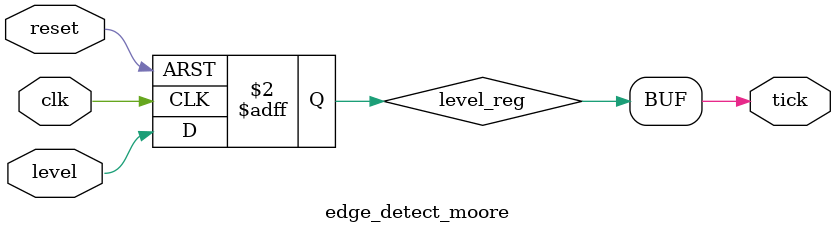
<source format=sv>
`timescale 1ns / 1ps

module edge_detect_moore(
    input logic clk, level, reset,
    output logic tick
    );
    
logic level_reg;

always_ff @ (posedge clk, posedge reset)
    if (reset)
        level_reg <= 0;
    else
        level_reg <= level;

assign tick = level_reg;
    
endmodule
</source>
